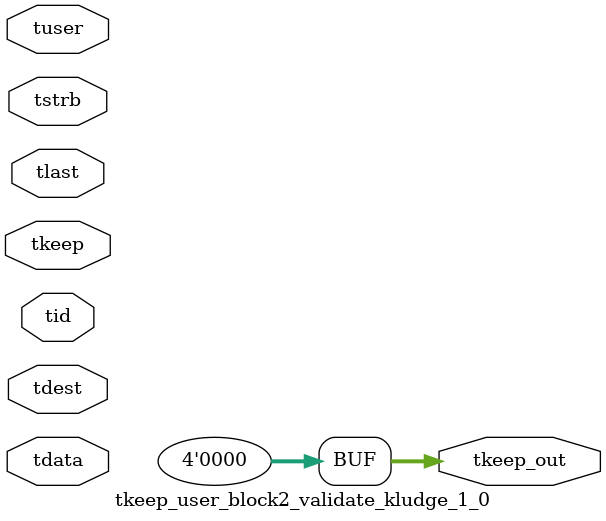
<source format=v>


`timescale 1ps/1ps

module tkeep_user_block2_validate_kludge_1_0 #
(
parameter C_S_AXIS_TDATA_WIDTH = 32,
parameter C_S_AXIS_TUSER_WIDTH = 0,
parameter C_S_AXIS_TID_WIDTH   = 0,
parameter C_S_AXIS_TDEST_WIDTH = 0,
parameter C_M_AXIS_TDATA_WIDTH = 32
)
(
input  [(C_S_AXIS_TDATA_WIDTH == 0 ? 1 : C_S_AXIS_TDATA_WIDTH)-1:0     ] tdata,
input  [(C_S_AXIS_TUSER_WIDTH == 0 ? 1 : C_S_AXIS_TUSER_WIDTH)-1:0     ] tuser,
input  [(C_S_AXIS_TID_WIDTH   == 0 ? 1 : C_S_AXIS_TID_WIDTH)-1:0       ] tid,
input  [(C_S_AXIS_TDEST_WIDTH == 0 ? 1 : C_S_AXIS_TDEST_WIDTH)-1:0     ] tdest,
input  [(C_S_AXIS_TDATA_WIDTH/8)-1:0 ] tkeep,
input  [(C_S_AXIS_TDATA_WIDTH/8)-1:0 ] tstrb,
input                                                                    tlast,
output [(C_M_AXIS_TDATA_WIDTH/8)-1:0 ] tkeep_out
);

assign tkeep_out = {1'b0};

endmodule


</source>
